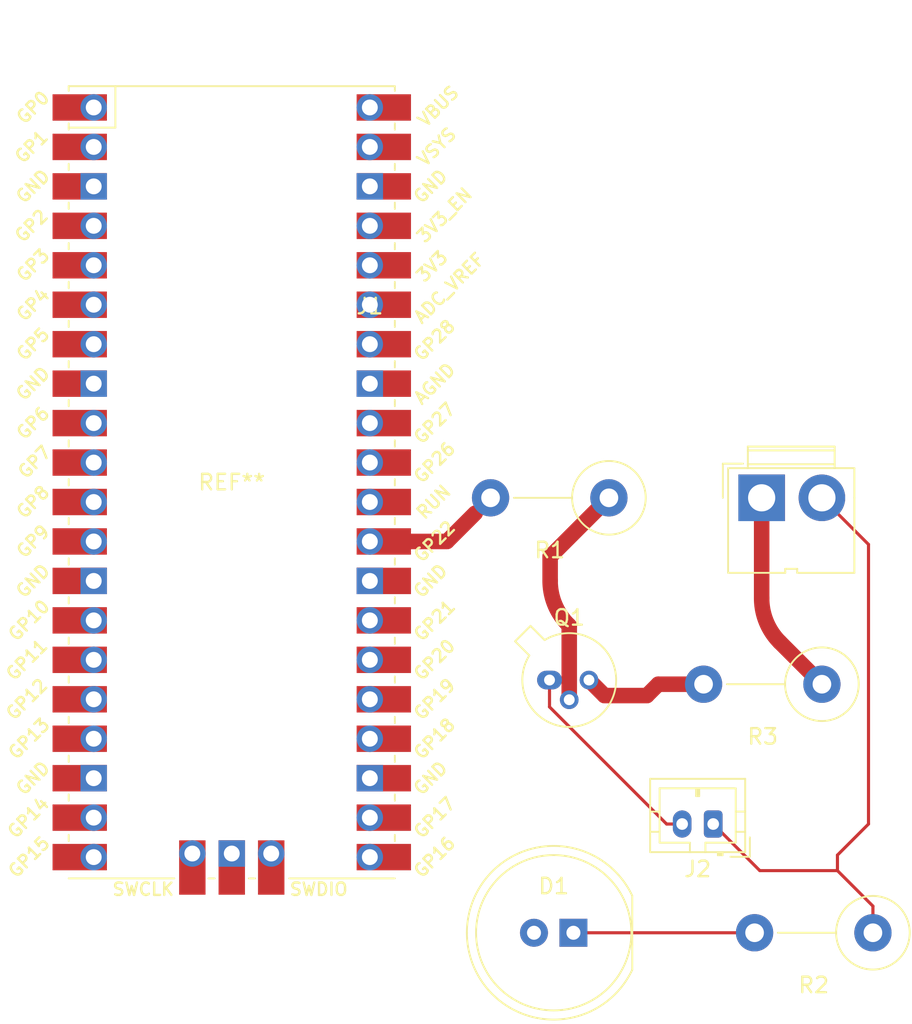
<source format=kicad_pcb>
(kicad_pcb (version 20240108) (generator "pcbnew") (generator_version "8.0")
  (layers (0 "F.Cu" signal) (31 "B.Cu" signal) (34 "B.Paste" user) (35 "F.Paste" user) (36 "B.SilkS" user "B.Silkscreen") (37 "F.SilkS" user "F.Silkscreen") (38 "B.Mask" user) (39 "F.Mask" user) (44 "Edge.Cuts" user))
  (net 0 "")
  (net 1 "Net-(D1-A)")
  (net 2 "Net-(D1-K)")
  (net 3 "GND")
  (net 4 "VCC")
  (net 5 "Net-(J2-Pin_2)")
  (net 6 "Net-(Q1-B)")
  (net 7 "Net-(Q1-C)")
  (net 8 "Net-(U1-GPIO22)")
  (footprint "Package_TO_SOT_THT:TO-18-3" (layer "F.Cu") (at 131.46 111.73)
    (property "Reference" "Q1" (at 1.27 -4.02 0) (layer "F.SilkS"))
    (property "Value" "BC108")
    (fp_line (start -2.214448 -2.494499) (end -1.302281 -1.582331) (stroke (width 0.12)) (layer "F.SilkS"))
    (fp_line (start -1.224499 -3.484448) (end -2.214448 -2.494499) (stroke (width 0.12)) (layer "F.SilkS"))
    (fp_line (start -0.312331 -2.572281) (end -1.224499 -3.484448) (stroke (width 0.12)) (layer "F.SilkS"))
    (fp_arc (start -0.312331 -2.572281) (mid 3.405374 2.135551) (end -1.30215 -1.582544) (stroke (width 0.12)) (layer "F.SilkS"))
    (pad "1" thru_hole oval (at 0 0) (size 1.6 1.2) (drill 0.7) (layers "*.Cu" "*.Mask") (net 5 "Net-(J2-Pin_2)"))
    (pad "2" thru_hole oval (at 1.27 1.27) (size 1.2 1.2) (drill 0.7) (layers "*.Cu" "*.Mask") (net 6 "Net-(Q1-B)"))
    (pad "3" thru_hole oval (at 2.54 0) (size 1.2 1.2) (drill 0.7) (layers "*.Cu" "*.Mask") (net 7 "Net-(Q1-C)"))
  )
  (footprint "Resistor_THT:R_Axial_DIN0414_L11.9mm_D4.5mm_P7.62mm_Vertical" (layer "F.Cu") (at 135.285 100 180)
    (property "Reference" "R1" (at 3.81 -3.37 180) (layer "F.SilkS"))
    (property "Value" "R")
    (fp_line (start 2.37 0) (end 6.12 0) (stroke (width 0.12)) (layer "F.SilkS"))
    (fp_circle (center 0 0) (end 2.37 0) (stroke (width 0.12)) (fill none) (layer "F.SilkS"))
    (pad "1" thru_hole circle (at 0 0 180) (size 2.4 2.4) (drill 1.2) (layers "*.Cu" "*.Mask") (net 6 "Net-(Q1-B)"))
    (pad "2" thru_hole oval (at 7.62 0 180) (size 2.4 2.4) (drill 1.2) (layers "*.Cu" "*.Mask") (net 8 "Net-(U1-GPIO22)"))
  )
  (footprint "Resistor_THT:R_Axial_DIN0414_L11.9mm_D4.5mm_P7.62mm_Vertical" (layer "F.Cu") (at 152.285 128 180)
    (property "Reference" "R2" (at 3.81 -3.37 180) (layer "F.SilkS"))
    (property "Value" "R")
    (fp_line (start 2.37 0) (end 6.12 0) (stroke (width 0.12)) (layer "F.SilkS"))
    (fp_circle (center 0 0) (end 2.37 0) (stroke (width 0.12)) (fill none) (layer "F.SilkS"))
    (pad "1" thru_hole circle (at 0 0 180) (size 2.4 2.4) (drill 1.2) (layers "*.Cu" "*.Mask") (net 3 "GND"))
    (pad "2" thru_hole oval (at 7.62 0 180) (size 2.4 2.4) (drill 1.2) (layers "*.Cu" "*.Mask") (net 2 "Net-(D1-K)"))
  )
  (footprint "LED_THT:LED_D10.0mm" (layer "F.Cu") (at 133 128 180)
    (property "Reference" "D1" (at 1.27 3 180) (layer "F.SilkS"))
    (property "Value" "LED")
    (fp_line (start -3.79 -2.376) (end -3.79 2.376) (stroke (width 0.12)) (layer "F.SilkS"))
    (fp_arc (start 6.859998 0.004741) (mid 2.484794 5.456407) (end -3.79 2.375816) (stroke (width 0.12)) (layer "F.SilkS"))
    (fp_arc (start -3.79 -2.375816) (mid 2.484794 -5.456407) (end 6.859998 -0.004741) (stroke (width 0.12)) (layer "F.SilkS"))
    (fp_circle (center 1.27 0) (end 6.27 0) (stroke (width 0.12)) (fill none) (layer "F.SilkS"))
    (pad "1" thru_hole rect (at 0 0 180) (size 1.8 1.8) (drill 0.9) (layers "*.Cu" "*.Mask") (net 2 "Net-(D1-K)"))
    (pad "2" thru_hole circle (at 2.54 0 180) (size 1.8 1.8) (drill 0.9) (layers "*.Cu" "*.Mask") (net 1 "Net-(D1-A)"))
  )
  (footprint "Connector_JST:JST_PH_B2B-PH-K_1x02_P2.00mm_Vertical" (layer "F.Cu") (at 142 121 180)
    (property "Reference" "J2" (at 1 -2.9 180) (layer "F.SilkS"))
    (property "Value" "Conn_01x02_Pin")
    (fp_line (start 4.06 2.91) (end 4.06 -1.81) (stroke (width 0.12)) (layer "F.SilkS"))
    (fp_line (start 4.06 0.8) (end 3.45 0.8) (stroke (width 0.12)) (layer "F.SilkS"))
    (fp_line (start 4.06 -0.5) (end 3.45 -0.5) (stroke (width 0.12)) (layer "F.SilkS"))
    (fp_line (start 4.06 -1.81) (end -2.06 -1.81) (stroke (width 0.12)) (layer "F.SilkS"))
    (fp_line (start 3.45 2.3) (end 3.45 -1.2) (stroke (width 0.12)) (layer "F.SilkS"))
    (fp_line (start 3.45 -1.2) (end 1.5 -1.2) (stroke (width 0.12)) (layer "F.SilkS"))
    (fp_line (start 1.5 -1.2) (end 1.5 -1.81) (stroke (width 0.12)) (layer "F.SilkS"))
    (fp_line (start 1.1 1.8) (end 1.1 2.3) (stroke (width 0.12)) (layer "F.SilkS"))
    (fp_line (start 1 2.3) (end 1 1.8) (stroke (width 0.12)) (layer "F.SilkS"))
    (fp_line (start 0.9 2.3) (end 0.9 1.8) (stroke (width 0.12)) (layer "F.SilkS"))
    (fp_line (start 0.9 1.8) (end 1.1 1.8) (stroke (width 0.12)) (layer "F.SilkS"))
    (fp_line (start 0.5 -1.2) (end -1.45 -1.2) (stroke (width 0.12)) (layer "F.SilkS"))
    (fp_line (start 0.5 -1.81) (end 0.5 -1.2) (stroke (width 0.12)) (layer "F.SilkS"))
    (fp_line (start -0.3 -1.81) (end -0.3 -2.01) (stroke (width 0.12)) (layer "F.SilkS"))
    (fp_line (start -0.3 -1.91) (end -0.6 -1.91) (stroke (width 0.12)) (layer "F.SilkS"))
    (fp_line (start -0.3 -2.01) (end -0.6 -2.01) (stroke (width 0.12)) (layer "F.SilkS"))
    (fp_line (start -0.6 -2.01) (end -0.6 -1.81) (stroke (width 0.12)) (layer "F.SilkS"))
    (fp_line (start -1.11 -2.11) (end -2.36 -2.11) (stroke (width 0.12)) (layer "F.SilkS"))
    (fp_line (start -1.45 2.3) (end 3.45 2.3) (stroke (width 0.12)) (layer "F.SilkS"))
    (fp_line (start -1.45 -1.2) (end -1.45 2.3) (stroke (width 0.12)) (layer "F.SilkS"))
    (fp_line (start -2.06 2.91) (end 4.06 2.91) (stroke (width 0.12)) (layer "F.SilkS"))
    (fp_line (start -2.06 0.8) (end -1.45 0.8) (stroke (width 0.12)) (layer "F.SilkS"))
    (fp_line (start -2.06 -0.5) (end -1.45 -0.5) (stroke (width 0.12)) (layer "F.SilkS"))
    (fp_line (start -2.06 -1.81) (end -2.06 2.91) (stroke (width 0.12)) (layer "F.SilkS"))
    (fp_line (start -2.36 -2.11) (end -2.36 -0.86) (stroke (width 0.12)) (layer "F.SilkS"))
    (pad "1" thru_hole roundrect (at 0 0 180) (size 1.2 1.75) (drill 0.75) (layers "*.Cu" "*.Mask") (roundrect_rratio 0.208333) (net 3 "GND"))
    (pad "2" thru_hole oval (at 2 0 180) (size 1.2 1.75) (drill 0.75) (layers "*.Cu" "*.Mask") (net 5 "Net-(J2-Pin_2)"))
  )
  (footprint "MCU_RaspberryPi_and_Boards:RPi_Pico_SMD_TH" (layer "F.Cu") (at 111 99)
    (property "Reference" "REF**" (at 0 0 0) (layer "F.SilkS"))
    (property "Value" "RPi_Pico_SMD_TH")
    (fp_line (start -10.5 -25.5) (end -10.5 -25.2) (stroke (width 0.12)) (layer "F.SilkS"))
    (fp_line (start -10.5 -25.5) (end 10.5 -25.5) (stroke (width 0.12)) (layer "F.SilkS"))
    (fp_line (start -10.5 -23.1) (end -10.5 -22.7) (stroke (width 0.12)) (layer "F.SilkS"))
    (fp_line (start -10.5 -22.833) (end -7.493 -22.833) (stroke (width 0.12)) (layer "F.SilkS"))
    (fp_line (start -10.5 -20.5) (end -10.5 -20.1) (stroke (width 0.12)) (layer "F.SilkS"))
    (fp_line (start -10.5 -18) (end -10.5 -17.6) (stroke (width 0.12)) (layer "F.SilkS"))
    (fp_line (start -10.5 -15.4) (end -10.5 -15) (stroke (width 0.12)) (layer "F.SilkS"))
    (fp_line (start -10.5 -12.9) (end -10.5 -12.5) (stroke (width 0.12)) (layer "F.SilkS"))
    (fp_line (start -10.5 -10.4) (end -10.5 -10) (stroke (width 0.12)) (layer "F.SilkS"))
    (fp_line (start -10.5 -7.8) (end -10.5 -7.4) (stroke (width 0.12)) (layer "F.SilkS"))
    (fp_line (start -10.5 -5.3) (end -10.5 -4.9) (stroke (width 0.12)) (layer "F.SilkS"))
    (fp_line (start -10.5 -2.7) (end -10.5 -2.3) (stroke (width 0.12)) (layer "F.SilkS"))
    (fp_line (start -10.5 -0.2) (end -10.5 0.2) (stroke (width 0.12)) (layer "F.SilkS"))
    (fp_line (start -10.5 2.3) (end -10.5 2.7) (stroke (width 0.12)) (layer "F.SilkS"))
    (fp_line (start -10.5 4.9) (end -10.5 5.3) (stroke (width 0.12)) (layer "F.SilkS"))
    (fp_line (start -10.5 7.4) (end -10.5 7.8) (stroke (width 0.12)) (layer "F.SilkS"))
    (fp_line (start -10.5 10) (end -10.5 10.4) (stroke (width 0.12)) (layer "F.SilkS"))
    (fp_line (start -10.5 12.5) (end -10.5 12.9) (stroke (width 0.12)) (layer "F.SilkS"))
    (fp_line (start -10.5 15.1) (end -10.5 15.5) (stroke (width 0.12)) (layer "F.SilkS"))
    (fp_line (start -10.5 17.6) (end -10.5 18) (stroke (width 0.12)) (layer "F.SilkS"))
    (fp_line (start -10.5 20.1) (end -10.5 20.5) (stroke (width 0.12)) (layer "F.SilkS"))
    (fp_line (start -10.5 22.7) (end -10.5 23.1) (stroke (width 0.12)) (layer "F.SilkS"))
    (fp_line (start -7.493 -22.833) (end -7.493 -25.5) (stroke (width 0.12)) (layer "F.SilkS"))
    (fp_line (start -3.7 25.5) (end -10.5 25.5) (stroke (width 0.12)) (layer "F.SilkS"))
    (fp_line (start -1.5 25.5) (end -1.1 25.5) (stroke (width 0.12)) (layer "F.SilkS"))
    (fp_line (start 1.1 25.5) (end 1.5 25.5) (stroke (width 0.12)) (layer "F.SilkS"))
    (fp_line (start 10.5 -25.5) (end 10.5 -25.2) (stroke (width 0.12)) (layer "F.SilkS"))
    (fp_line (start 10.5 -23.1) (end 10.5 -22.7) (stroke (width 0.12)) (layer "F.SilkS"))
    (fp_line (start 10.5 -20.5) (end 10.5 -20.1) (stroke (width 0.12)) (layer "F.SilkS"))
    (fp_line (start 10.5 -18) (end 10.5 -17.6) (stroke (width 0.12)) (layer "F.SilkS"))
    (fp_line (start 10.5 -15.4) (end 10.5 -15) (stroke (width 0.12)) (layer "F.SilkS"))
    (fp_line (start 10.5 -12.9) (end 10.5 -12.5) (stroke (width 0.12)) (layer "F.SilkS"))
    (fp_line (start 10.5 -10.4) (end 10.5 -10) (stroke (width 0.12)) (layer "F.SilkS"))
    (fp_line (start 10.5 -7.8) (end 10.5 -7.4) (stroke (width 0.12)) (layer "F.SilkS"))
    (fp_line (start 10.5 -5.3) (end 10.5 -4.9) (stroke (width 0.12)) (layer "F.SilkS"))
    (fp_line (start 10.5 -2.7) (end 10.5 -2.3) (stroke (width 0.12)) (layer "F.SilkS"))
    (fp_line (start 10.5 -0.2) (end 10.5 0.2) (stroke (width 0.12)) (layer "F.SilkS"))
    (fp_line (start 10.5 2.3) (end 10.5 2.7) (stroke (width 0.12)) (layer "F.SilkS"))
    (fp_line (start 10.5 4.9) (end 10.5 5.3) (stroke (width 0.12)) (layer "F.SilkS"))
    (fp_line (start 10.5 7.4) (end 10.5 7.8) (stroke (width 0.12)) (layer "F.SilkS"))
    (fp_line (start 10.5 10) (end 10.5 10.4) (stroke (width 0.12)) (layer "F.SilkS"))
    (fp_line (start 10.5 12.5) (end 10.5 12.9) (stroke (width 0.12)) (layer "F.SilkS"))
    (fp_line (start 10.5 15.1) (end 10.5 15.5) (stroke (width 0.12)) (layer "F.SilkS"))
    (fp_line (start 10.5 17.6) (end 10.5 18) (stroke (width 0.12)) (layer "F.SilkS"))
    (fp_line (start 10.5 20.1) (end 10.5 20.5) (stroke (width 0.12)) (layer "F.SilkS"))
    (fp_line (start 10.5 22.7) (end 10.5 23.1) (stroke (width 0.12)) (layer "F.SilkS"))
    (fp_line (start 10.5 25.5) (end 3.7 25.5) (stroke (width 0.12)) (layer "F.SilkS"))
    (fp_text user "GP14" (at -13.1 21.59 45) (layer "F.SilkS") (effects (font (size 0.8 0.8))))
    (fp_text user "GP7" (at -12.7 -1.3 45) (layer "F.SilkS") (effects (font (size 0.8 0.8))))
    (fp_text user "GP27" (at 13.054 -3.8 45) (layer "F.SilkS") (effects (font (size 0.8 0.8))))
    (fp_text user "3V3" (at 12.9 -13.9 45) (layer "F.SilkS") (effects (font (size 0.8 0.8))))
    (fp_text user "GP13" (at -13.054 16.51 45) (layer "F.SilkS") (effects (font (size 0.8 0.8))))
    (fp_text user "RUN" (at 13 1.27 45) (layer "F.SilkS") (effects (font (size 0.8 0.8))))
    (fp_text user "GP20" (at 13.054 11.43 45) (layer "F.SilkS") (effects (font (size 0.8 0.8))))
    (fp_text user "GP9" (at -12.8 3.81 45) (layer "F.SilkS") (effects (font (size 0.8 0.8))))
    (fp_text user "ADC_VREF" (at 14 -12.5 45) (layer "F.SilkS") (effects (font (size 0.8 0.8))))
    (fp_text user "GP26" (at 13.054 -1.27 45) (layer "F.SilkS") (effects (font (size 0.8 0.8))))
    (fp_text user "GP19" (at 13.054 13.97 45) (layer "F.SilkS") (effects (font (size 0.8 0.8))))
    (fp_text user "GP5" (at -12.8 -8.89 45) (layer "F.SilkS") (effects (font (size 0.8 0.8))))
    (fp_text user "AGND" (at 13.054 -6.35 45) (layer "F.SilkS") (effects (font (size 0.8 0.8))))
    (fp_text user "GND" (at 12.8 -19.05 45) (layer "F.SilkS") (effects (font (size 0.8 0.8))))
    (fp_text user "GP11" (at -13.2 11.43 45) (layer "F.SilkS") (effects (font (size 0.8 0.8))))
    (fp_text user "GP18" (at 13.054 16.51 45) (layer "F.SilkS") (effects (font (size 0.8 0.8))))
    (fp_text user "GP4" (at -12.8 -11.43 45) (layer "F.SilkS") (effects (font (size 0.8 0.8))))
    (fp_text user "GP3" (at -12.8 -13.97 45) (layer "F.SilkS") (effects (font (size 0.8 0.8))))
    (fp_text user "GND" (at -12.8 -19.05 45) (layer "F.SilkS") (effects (font (size 0.8 0.8))))
    (fp_text user "GP10" (at -13.054 8.89 45) (layer "F.SilkS") (effects (font (size 0.8 0.8))))
    (fp_text user "SWDIO" (at 5.6 26.2 0) (layer "F.SilkS") (effects (font (size 0.8 0.8))))
    (fp_text user "GP16" (at 13.054 24.13 45) (layer "F.SilkS") (effects (font (size 0.8 0.8))))
    (fp_text user "GP2" (at -12.9 -16.51 45) (layer "F.SilkS") (effects (font (size 0.8 0.8))))
    (fp_text user "3V3_EN" (at 13.7 -17.2 45) (layer "F.SilkS") (effects (font (size 0.8 0.8))))
    (fp_text user "GND" (at -12.8 -6.35 45) (layer "F.SilkS") (effects (font (size 0.8 0.8))))
    (fp_text user "GP17" (at 13.054 21.59 45) (layer "F.SilkS") (effects (font (size 0.8 0.8))))
    (fp_text user "GP22" (at 13.054 3.81 45) (layer "F.SilkS") (effects (font (size 0.8 0.8))))
    (fp_text user "GP21" (at 13.054 8.9 45) (layer "F.SilkS") (effects (font (size 0.8 0.8))))
    (fp_text user "VBUS" (at 13.3 -24.2 45) (layer "F.SilkS") (effects (font (size 0.8 0.8))))
    (fp_text user "GND" (at 12.8 6.35 45) (layer "F.SilkS") (effects (font (size 0.8 0.8))))
    (fp_text user "GP6" (at -12.8 -3.81 45) (layer "F.SilkS") (effects (font (size 0.8 0.8))))
    (fp_text user "GP8" (at -12.8 1.27 45) (layer "F.SilkS") (effects (font (size 0.8 0.8))))
    (fp_text user "GP28" (at 13.054 -9.144 45) (layer "F.SilkS") (effects (font (size 0.8 0.8))))
    (fp_text user "GP1" (at -12.9 -21.6 45) (layer "F.SilkS") (effects (font (size 0.8 0.8))))
    (fp_text user "GP0" (at -12.8 -24.13 45) (layer "F.SilkS") (effects (font (size 0.8 0.8))))
    (fp_text user "SWCLK" (at -5.7 26.2 0) (layer "F.SilkS") (effects (font (size 0.8 0.8))))
    (fp_text user "GP12" (at -13.2 13.97 45) (layer "F.SilkS") (effects (font (size 0.8 0.8))))
    (fp_text user "GP15" (at -13.054 24.13 45) (layer "F.SilkS") (effects (font (size 0.8 0.8))))
    (fp_text user "VSYS" (at 13.2 -21.59 45) (layer "F.SilkS") (effects (font (size 0.8 0.8))))
    (fp_text user "GND" (at -12.8 19.05 45) (layer "F.SilkS") (effects (font (size 0.8 0.8))))
    (fp_text user "GND" (at -12.8 6.35 45) (layer "F.SilkS") (effects (font (size 0.8 0.8))))
    (fp_text user "GND" (at 12.8 19.05 45) (layer "F.SilkS") (effects (font (size 0.8 0.8))))
    (pad "" np_thru_hole oval (at -2.725 -24) (size 1.8 1.8) (drill 1.8) (layers "*.Cu" "*.Mask"))
    (pad "" np_thru_hole oval (at -2.425 -20.97) (size 1.5 1.5) (drill 1.5) (layers "*.Cu" "*.Mask"))
    (pad "" np_thru_hole oval (at 2.425 -20.97) (size 1.5 1.5) (drill 1.5) (layers "*.Cu" "*.Mask"))
    (pad "" np_thru_hole oval (at 2.725 -24) (size 1.8 1.8) (drill 1.8) (layers "*.Cu" "*.Mask"))
    (pad "1" thru_hole oval (at -8.89 -24.13) (size 1.7 1.7) (drill 1.02) (layers "*.Cu" "*.Mask"))
    (pad "1" smd rect (at -8.89 -24.13) (size 3.5 1.7) (drill (offset -0.9 0)) (layers "F.Cu" "F.Mask"))
    (pad "2" thru_hole oval (at -8.89 -21.59) (size 1.7 1.7) (drill 1.02) (layers "*.Cu" "*.Mask"))
    (pad "2" smd rect (at -8.89 -21.59) (size 3.5 1.7) (drill (offset -0.9 0)) (layers "F.Cu" "F.Mask"))
    (pad "3" thru_hole rect (at -8.89 -19.05) (size 1.7 1.7) (drill 1.02) (layers "*.Cu" "*.Mask"))
    (pad "3" smd rect (at -8.89 -19.05) (size 3.5 1.7) (drill (offset -0.9 0)) (layers "F.Cu" "F.Mask"))
    (pad "4" thru_hole oval (at -8.89 -16.51) (size 1.7 1.7) (drill 1.02) (layers "*.Cu" "*.Mask"))
    (pad "4" smd rect (at -8.89 -16.51) (size 3.5 1.7) (drill (offset -0.9 0)) (layers "F.Cu" "F.Mask"))
    (pad "5" thru_hole oval (at -8.89 -13.97) (size 1.7 1.7) (drill 1.02) (layers "*.Cu" "*.Mask"))
    (pad "5" smd rect (at -8.89 -13.97) (size 3.5 1.7) (drill (offset -0.9 0)) (layers "F.Cu" "F.Mask"))
    (pad "6" thru_hole oval (at -8.89 -11.43) (size 1.7 1.7) (drill 1.02) (layers "*.Cu" "*.Mask"))
    (pad "6" smd rect (at -8.89 -11.43) (size 3.5 1.7) (drill (offset -0.9 0)) (layers "F.Cu" "F.Mask"))
    (pad "7" thru_hole oval (at -8.89 -8.89) (size 1.7 1.7) (drill 1.02) (layers "*.Cu" "*.Mask"))
    (pad "7" smd rect (at -8.89 -8.89) (size 3.5 1.7) (drill (offset -0.9 0)) (layers "F.Cu" "F.Mask"))
    (pad "8" thru_hole rect (at -8.89 -6.35) (size 1.7 1.7) (drill 1.02) (layers "*.Cu" "*.Mask"))
    (pad "8" smd rect (at -8.89 -6.35) (size 3.5 1.7) (drill (offset -0.9 0)) (layers "F.Cu" "F.Mask"))
    (pad "9" thru_hole oval (at -8.89 -3.81) (size 1.7 1.7) (drill 1.02) (layers "*.Cu" "*.Mask"))
    (pad "9" smd rect (at -8.89 -3.81) (size 3.5 1.7) (drill (offset -0.9 0)) (layers "F.Cu" "F.Mask"))
    (pad "10" thru_hole oval (at -8.89 -1.27) (size 1.7 1.7) (drill 1.02) (layers "*.Cu" "*.Mask"))
    (pad "10" smd rect (at -8.89 -1.27) (size 3.5 1.7) (drill (offset -0.9 0)) (layers "F.Cu" "F.Mask"))
    (pad "11" thru_hole oval (at -8.89 1.27) (size 1.7 1.7) (drill 1.02) (layers "*.Cu" "*.Mask"))
    (pad "11" smd rect (at -8.89 1.27) (size 3.5 1.7) (drill (offset -0.9 0)) (layers "F.Cu" "F.Mask"))
    (pad "12" thru_hole oval (at -8.89 3.81) (size 1.7 1.7) (drill 1.02) (layers "*.Cu" "*.Mask"))
    (pad "12" smd rect (at -8.89 3.81) (size 3.5 1.7) (drill (offset -0.9 0)) (layers "F.Cu" "F.Mask"))
    (pad "13" thru_hole rect (at -8.89 6.35) (size 1.7 1.7) (drill 1.02) (layers "*.Cu" "*.Mask"))
    (pad "13" smd rect (at -8.89 6.35) (size 3.5 1.7) (drill (offset -0.9 0)) (layers "F.Cu" "F.Mask"))
    (pad "14" thru_hole oval (at -8.89 8.89) (size 1.7 1.7) (drill 1.02) (layers "*.Cu" "*.Mask"))
    (pad "14" smd rect (at -8.89 8.89) (size 3.5 1.7) (drill (offset -0.9 0)) (layers "F.Cu" "F.Mask"))
    (pad "15" thru_hole oval (at -8.89 11.43) (size 1.7 1.7) (drill 1.02) (layers "*.Cu" "*.Mask"))
    (pad "15" smd rect (at -8.89 11.43) (size 3.5 1.7) (drill (offset -0.9 0)) (layers "F.Cu" "F.Mask"))
    (pad "16" thru_hole oval (at -8.89 13.97) (size 1.7 1.7) (drill 1.02) (layers "*.Cu" "*.Mask"))
    (pad "16" smd rect (at -8.89 13.97) (size 3.5 1.7) (drill (offset -0.9 0)) (layers "F.Cu" "F.Mask"))
    (pad "17" thru_hole oval (at -8.89 16.51) (size 1.7 1.7) (drill 1.02) (layers "*.Cu" "*.Mask"))
    (pad "17" smd rect (at -8.89 16.51) (size 3.5 1.7) (drill (offset -0.9 0)) (layers "F.Cu" "F.Mask"))
    (pad "18" thru_hole rect (at -8.89 19.05) (size 1.7 1.7) (drill 1.02) (layers "*.Cu" "*.Mask"))
    (pad "18" smd rect (at -8.89 19.05) (size 3.5 1.7) (drill (offset -0.9 0)) (layers "F.Cu" "F.Mask"))
    (pad "19" thru_hole oval (at -8.89 21.59) (size 1.7 1.7) (drill 1.02) (layers "*.Cu" "*.Mask"))
    (pad "19" smd rect (at -8.89 21.59) (size 3.5 1.7) (drill (offset -0.9 0)) (layers "F.Cu" "F.Mask"))
    (pad "20" thru_hole oval (at -8.89 24.13) (size 1.7 1.7) (drill 1.02) (layers "*.Cu" "*.Mask"))
    (pad "20" smd rect (at -8.89 24.13) (size 3.5 1.7) (drill (offset -0.9 0)) (layers "F.Cu" "F.Mask"))
    (pad "21" thru_hole oval (at 8.89 24.13) (size 1.7 1.7) (drill 1.02) (layers "*.Cu" "*.Mask"))
    (pad "21" smd rect (at 8.89 24.13) (size 3.5 1.7) (drill (offset 0.9 0)) (layers "F.Cu" "F.Mask"))
    (pad "22" thru_hole oval (at 8.89 21.59) (size 1.7 1.7) (drill 1.02) (layers "*.Cu" "*.Mask"))
    (pad "22" smd rect (at 8.89 21.59) (size 3.5 1.7) (drill (offset 0.9 0)) (layers "F.Cu" "F.Mask"))
    (pad "23" thru_hole rect (at 8.89 19.05) (size 1.7 1.7) (drill 1.02) (layers "*.Cu" "*.Mask"))
    (pad "23" smd rect (at 8.89 19.05) (size 3.5 1.7) (drill (offset 0.9 0)) (layers "F.Cu" "F.Mask"))
    (pad "24" thru_hole oval (at 8.89 16.51) (size 1.7 1.7) (drill 1.02) (layers "*.Cu" "*.Mask"))
    (pad "24" smd rect (at 8.89 16.51) (size 3.5 1.7) (drill (offset 0.9 0)) (layers "F.Cu" "F.Mask"))
    (pad "25" thru_hole oval (at 8.89 13.97) (size 1.7 1.7) (drill 1.02) (layers "*.Cu" "*.Mask"))
    (pad "25" smd rect (at 8.89 13.97) (size 3.5 1.7) (drill (offset 0.9 0)) (layers "F.Cu" "F.Mask"))
    (pad "26" thru_hole oval (at 8.89 11.43) (size 1.7 1.7) (drill 1.02) (layers "*.Cu" "*.Mask"))
    (pad "26" smd rect (at 8.89 11.43) (size 3.5 1.7) (drill (offset 0.9 0)) (layers "F.Cu" "F.Mask"))
    (pad "27" thru_hole oval (at 8.89 8.89) (size 1.7 1.7) (drill 1.02) (layers "*.Cu" "*.Mask"))
    (pad "27" smd rect (at 8.89 8.89) (size 3.5 1.7) (drill (offset 0.9 0)) (layers "F.Cu" "F.Mask"))
    (pad "28" thru_hole rect (at 8.89 6.35) (size 1.7 1.7) (drill 1.02) (layers "*.Cu" "*.Mask"))
    (pad "28" smd rect (at 8.89 6.35) (size 3.5 1.7) (drill (offset 0.9 0)) (layers "F.Cu" "F.Mask"))
    (pad "29" thru_hole oval (at 8.89 3.81) (size 1.7 1.7) (drill 1.02) (layers "*.Cu" "*.Mask"))
    (pad "29" smd rect (at 8.89 3.81) (size 3.5 1.7) (drill (offset 0.9 0)) (layers "F.Cu" "F.Mask"))
    (pad "30" thru_hole oval (at 8.89 1.27) (size 1.7 1.7) (drill 1.02) (layers "*.Cu" "*.Mask"))
    (pad "30" smd rect (at 8.89 1.27) (size 3.5 1.7) (drill (offset 0.9 0)) (layers "F.Cu" "F.Mask"))
    (pad "31" thru_hole oval (at 8.89 -1.27) (size 1.7 1.7) (drill 1.02) (layers "*.Cu" "*.Mask"))
    (pad "31" smd rect (at 8.89 -1.27) (size 3.5 1.7) (drill (offset 0.9 0)) (layers "F.Cu" "F.Mask"))
    (pad "32" thru_hole oval (at 8.89 -3.81) (size 1.7 1.7) (drill 1.02) (layers "*.Cu" "*.Mask"))
    (pad "32" smd rect (at 8.89 -3.81) (size 3.5 1.7) (drill (offset 0.9 0)) (layers "F.Cu" "F.Mask"))
    (pad "33" thru_hole rect (at 8.89 -6.35) (size 1.7 1.7) (drill 1.02) (layers "*.Cu" "*.Mask"))
    (pad "33" smd rect (at 8.89 -6.35) (size 3.5 1.7) (drill (offset 0.9 0)) (layers "F.Cu" "F.Mask"))
    (pad "34" thru_hole oval (at 8.89 -8.89) (size 1.7 1.7) (drill 1.02) (layers "*.Cu" "*.Mask"))
    (pad "34" smd rect (at 8.89 -8.89) (size 3.5 1.7) (drill (offset 0.9 0)) (layers "F.Cu" "F.Mask"))
    (pad "35" thru_hole oval (at 8.89 -11.43) (size 1.7 1.7) (drill 1.02) (layers "*.Cu" "*.Mask"))
    (pad "35" smd rect (at 8.89 -11.43) (size 3.5 1.7) (drill (offset 0.9 0)) (layers "F.Cu" "F.Mask"))
    (pad "36" thru_hole oval (at 8.89 -13.97) (size 1.7 1.7) (drill 1.02) (layers "*.Cu" "*.Mask"))
    (pad "36" smd rect (at 8.89 -13.97) (size 3.5 1.7) (drill (offset 0.9 0)) (layers "F.Cu" "F.Mask"))
    (pad "37" thru_hole oval (at 8.89 -16.51) (size 1.7 1.7) (drill 1.02) (layers "*.Cu" "*.Mask"))
    (pad "37" smd rect (at 8.89 -16.51) (size 3.5 1.7) (drill (offset 0.9 0)) (layers "F.Cu" "F.Mask"))
    (pad "38" thru_hole rect (at 8.89 -19.05) (size 1.7 1.7) (drill 1.02) (layers "*.Cu" "*.Mask"))
    (pad "38" smd rect (at 8.89 -19.05) (size 3.5 1.7) (drill (offset 0.9 0)) (layers "F.Cu" "F.Mask"))
    (pad "39" thru_hole oval (at 8.89 -21.59) (size 1.7 1.7) (drill 1.02) (layers "*.Cu" "*.Mask"))
    (pad "39" smd rect (at 8.89 -21.59) (size 3.5 1.7) (drill (offset 0.9 0)) (layers "F.Cu" "F.Mask"))
    (pad "40" thru_hole oval (at 8.89 -24.13) (size 1.7 1.7) (drill 1.02) (layers "*.Cu" "*.Mask"))
    (pad "40" smd rect (at 8.89 -24.13) (size 3.5 1.7) (drill (offset 0.9 0)) (layers "F.Cu" "F.Mask"))
    (pad "41" thru_hole oval (at -2.54 23.9) (size 1.7 1.7) (drill 1.02) (layers "*.Cu" "*.Mask"))
    (pad "41" smd rect (at -2.54 23.9 90) (size 3.5 1.7) (drill (offset -0.9 0)) (layers "F.Cu" "F.Mask"))
    (pad "42" thru_hole rect (at 0 23.9) (size 1.7 1.7) (drill 1.02) (layers "*.Cu" "*.Mask"))
    (pad "42" smd rect (at 0 23.9 90) (size 3.5 1.7) (drill (offset -0.9 0)) (layers "F.Cu" "F.Mask"))
    (pad "43" thru_hole oval (at 2.54 23.9) (size 1.7 1.7) (drill 1.02) (layers "*.Cu" "*.Mask"))
    (pad "43" smd rect (at 2.54 23.9 90) (size 3.5 1.7) (drill (offset -0.9 0)) (layers "F.Cu" "F.Mask"))
  )
  (footprint "Connector:JWT_A3963_1x02_P3.96mm_Vertical" (layer "F.Cu") (at 145.12 100)
    (property "Reference" "J1" (at -25.23 -12.33 0) (layer "F.SilkS"))
    (property "Value" "Alimentacao")
    (fp_line (start -2.5 -2.2) (end -2.5 0) (stroke (width 0.12)) (layer "F.SilkS"))
    (fp_line (start -2.16 -1.91) (end -2.16 0) (stroke (width 0.12)) (layer "F.SilkS"))
    (fp_line (start -2.16 -1.91) (end 5.97 -1.91) (stroke (width 0.12)) (layer "F.SilkS"))
    (fp_line (start -2.16 0) (end -2.16 4.83) (stroke (width 0.12)) (layer "F.SilkS"))
    (fp_line (start -1.2 -2.2) (end -2.5 -2.2) (stroke (width 0.12)) (layer "F.SilkS"))
    (fp_line (start -0.89 -3.3) (end 4.7 -3.3) (stroke (width 0.12)) (layer "F.SilkS"))
    (fp_line (start -0.89 -3.05) (end 4.7 -3.05) (stroke (width 0.12)) (layer "F.SilkS"))
    (fp_line (start -0.89 -2.16) (end 4.7 -2.16) (stroke (width 0.12)) (layer "F.SilkS"))
    (fp_line (start -0.89 -1.91) (end -0.89 -3.3) (stroke (width 0.12)) (layer "F.SilkS"))
    (fp_line (start 1.52 4.57) (end 2.29 4.57) (stroke (width 0.12)) (layer "F.SilkS"))
    (fp_line (start 1.52 4.83) (end -2.16 4.83) (stroke (width 0.12)) (layer "F.SilkS"))
    (fp_line (start 1.52 4.83) (end 1.52 4.57) (stroke (width 0.12)) (layer "F.SilkS"))
    (fp_line (start 2.29 4.57) (end 2.29 4.83) (stroke (width 0.12)) (layer "F.SilkS"))
    (fp_line (start 2.29 4.83) (end 5.97 4.83) (stroke (width 0.12)) (layer "F.SilkS"))
    (fp_line (start 4.7 -1.91) (end 4.7 -3.3) (stroke (width 0.12)) (layer "F.SilkS"))
    (fp_line (start 5.97 -1.91) (end 5.97 0) (stroke (width 0.12)) (layer "F.SilkS"))
    (fp_line (start 5.97 4.83) (end 5.97 0) (stroke (width 0.12)) (layer "F.SilkS"))
    (pad "1" thru_hole rect (at 0 0) (size 3 3) (drill 1.75) (layers "*.Cu" "*.Mask") (net 4 "VCC"))
    (pad "2" thru_hole circle (at 3.88 0) (size 3 3) (drill 1.75) (layers "*.Cu" "*.Mask") (net 3 "GND"))
  )
  (footprint "Resistor_THT:R_Axial_DIN0414_L11.9mm_D4.5mm_P7.62mm_Vertical" (layer "F.Cu") (at 149 112 180)
    (property "Reference" "R3" (at 3.81 -3.37 180) (layer "F.SilkS"))
    (property "Value" "R")
    (fp_line (start 2.37 0) (end 6.12 0) (stroke (width 0.12)) (layer "F.SilkS"))
    (fp_circle (center 0 0) (end 2.37 0) (stroke (width 0.12)) (fill none) (layer "F.SilkS"))
    (pad "1" thru_hole circle (at 0 0 180) (size 2.4 2.4) (drill 1.2) (layers "*.Cu" "*.Mask") (net 4 "VCC"))
    (pad "2" thru_hole oval (at 7.62 0 180) (size 2.4 2.4) (drill 1.2) (layers "*.Cu" "*.Mask") (net 7 "Net-(Q1-C)"))
  )
  (segment (start 144.665 128) (end 133 128) (width 0.2) (layer "F.Cu") (net 2))
  (segment (start 145 124) (end 150 124) (width 0.2) (layer "F.Cu") (net 3))
  (segment (start 150 124) (end 152.285 126.285) (width 0.2) (layer "F.Cu") (net 3))
  (segment (start 152 103) (end 152 121) (width 0.2) (layer "F.Cu") (net 3))
  (segment (start 152 121) (end 150 123) (width 0.2) (layer "F.Cu") (net 3))
  (segment (start 152.285 126.285) (end 152.285 128) (width 0.2) (layer "F.Cu") (net 3))
  (segment (start 142 121) (end 145 124) (width 0.2) (layer "F.Cu") (net 3))
  (segment (start 149 100) (end 152 103) (width 0.2) (layer "F.Cu") (net 3))
  (segment (start 150 123) (end 150 124) (width 0.2) (layer "F.Cu") (net 3))
  (segment (start 145.12 106.463146) (end 145.12 100) (width 1) (layer "F.Cu") (net 4))
  (segment (start 149 112) (end 146.291573 109.291573) (width 1) (layer "F.Cu") (net 4))
  (arc (start 146.291573 109.291573) (mid 145.424482 107.99388) (end 145.12 106.463146) (width 1) (layer "F.Cu") (net 4))
  (segment (start 139 121) (end 131.46 113.46) (width 0.2) (layer "F.Cu") (net 5))
  (segment (start 131.46 113.46) (end 131.46 111.73) (width 0.2) (layer "F.Cu") (net 5))
  (segment (start 140 121) (end 139 121) (width 0.2) (layer "F.Cu") (net 5))
  (segment (start 132.73 113) (end 132.73 108.23) (width 1) (layer "F.Cu") (net 6))
  (segment (start 131.5 105.343146) (end 131.5 103.785) (width 1) (layer "F.Cu") (net 6))
  (segment (start 132.73 108.23) (end 132.671573 108.171573) (width 1) (layer "F.Cu") (net 6))
  (segment (start 131.5 103.785) (end 135.285 100) (width 1) (layer "F.Cu") (net 6))
  (arc (start 131.5 105.343146) (mid 131.804482 106.87388) (end 132.671573 108.171573) (width 1) (layer "F.Cu") (net 6))
  (segment (start 141.38 112) (end 138.46 112) (width 1) (layer "F.Cu") (net 7))
  (segment (start 137.73 112.73) (end 135 112.73) (width 1) (layer "F.Cu") (net 7))
  (segment (start 135 112.73) (end 134 111.73) (width 1) (layer "F.Cu") (net 7))
  (segment (start 138.46 112) (end 137.73 112.73) (width 1) (layer "F.Cu") (net 7))
  (segment (start 124.855 102.81) (end 126.675051 100.989949) (width 1) (layer "F.Cu") (net 8))
  (segment (start 119.89 102.81) (end 124.855 102.81) (width 1) (layer "F.Cu") (net 8))
  (segment (start 124.855 102.81) (end 126.60434 101.06066) (width 0.2) (layer "F.Cu") (net 8))
)
</source>
